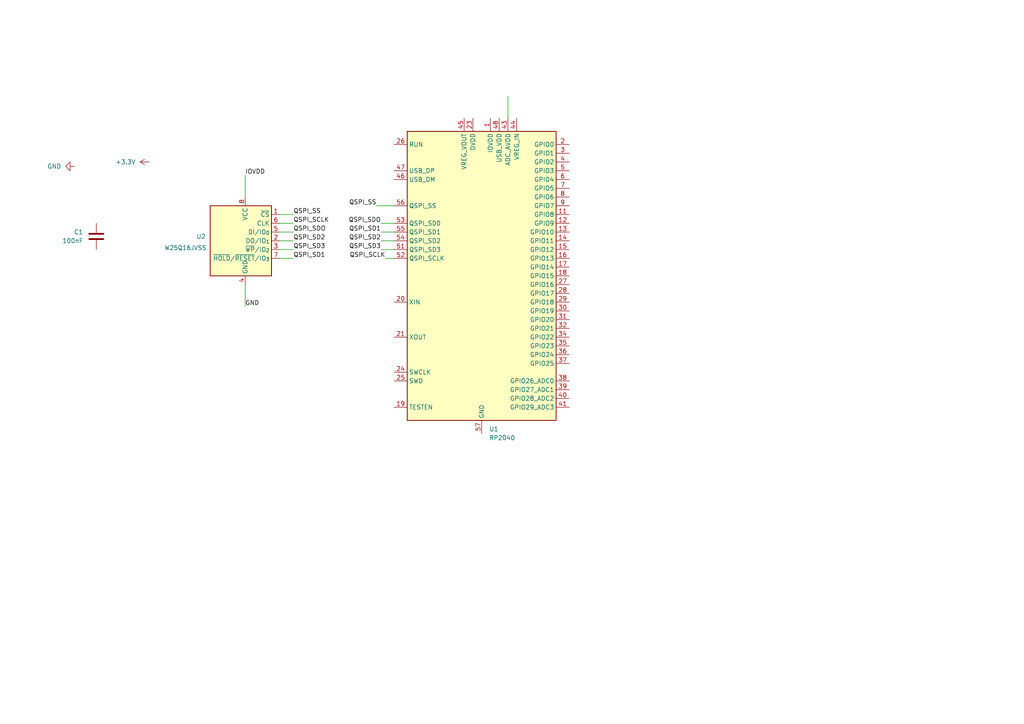
<source format=kicad_sch>
(kicad_sch (version 20250114) (generator "eeschema") (generator_version "9.0")
  (paper "A4")
  (lib_symbols
    (symbol "Device:C" (pin_numbers (hide yes)) (pin_names (offset 0.254))
      (property "Reference" "C" (at 0.635 2.54 0))
      (property "Value" "C" (at 0.635 -2.54 0))
      (symbol "C_0_1"
        (polyline (pts (xy -2.032 0.762) (xy 2.032 0.762)) (stroke (width 0.508)))
        (polyline (pts (xy -2.032 -0.762) (xy 2.032 -0.762)) (stroke (width 0.508)))
      )
      (symbol "C_1_1"
        (pin passive line (at 0 3.81 270) (length 2.794) (name "~") (number "1"))
        (pin passive line (at 0 -3.81 90) (length 2.794) (name "~") (number "2"))
      )
    )
    (symbol "MCU_RaspberryPi:RP2040"
      (property "Reference" "U" (at 17.78 45.72 0))
      (property "Value" "RP2040" (at 17.78 43.18 0))
      (symbol "RP2040_0_1"
        (rectangle (start -21.59 41.91) (end 21.59 -41.91) (stroke (width 0.254)) (fill (type background)))
      )
      (symbol "RP2040_1_1"
        (pin input line (at -25.4 38.1 0) (length 3.81) (name "RUN") (number "26"))
        (pin bidirectional line (at -25.4 30.48 0) (length 3.81) (name "USB_DP") (number "47"))
        (pin bidirectional line (at -25.4 27.94 0) (length 3.81) (name "USB_DM") (number "46"))
        (pin bidirectional line (at -25.4 20.32 0) (length 3.81) (name "QSPI_SS") (number "56"))
        (pin bidirectional line (at -25.4 15.24 0) (length 3.81) (name "QSPI_SD0") (number "53"))
        (pin bidirectional line (at -25.4 12.7 0) (length 3.81) (name "QSPI_SD1") (number "55"))
        (pin bidirectional line (at -25.4 10.16 0) (length 3.81) (name "QSPI_SD2") (number "54"))
        (pin bidirectional line (at -25.4 7.62 0) (length 3.81) (name "QSPI_SD3") (number "51"))
        (pin output line (at -25.4 5.08 0) (length 3.81) (name "QSPI_SCLK") (number "52"))
        (pin input line (at -25.4 -7.62 0) (length 3.81) (name "XIN") (number "20"))
        (pin passive line (at -25.4 -17.78 0) (length 3.81) (name "XOUT") (number "21"))
        (pin input line (at -25.4 -27.94 0) (length 3.81) (name "SWCLK") (number "24"))
        (pin bidirectional line (at -25.4 -30.48 0) (length 3.81) (name "SWD") (number "25"))
        (pin input line (at -25.4 -38.1 0) (length 3.81) (name "TESTEN") (number "19"))
        (pin power_out line (at -5.08 45.72 270) (length 3.81) (name "VREG_VOUT") (number "45"))
        (pin power_in line (at -2.54 45.72 270) (length 3.81) (name "DVDD") (number "23"))
        (pin passive line (at -2.54 45.72 270) (length 3.81) (hide yes) (name "DVDD") (number "50"))
        (pin power_in line (at 0 -45.72 90) (length 3.81) (name "GND") (number "57"))
        (pin power_in line (at 2.54 45.72 270) (length 3.81) (name "IOVDD") (number "1"))
        (pin passive line (at 2.54 45.72 270) (length 3.81) (hide yes) (name "IOVDD") (number "10"))
        (pin passive line (at 2.54 45.72 270) (length 3.81) (hide yes) (name "IOVDD") (number "22"))
        (pin passive line (at 2.54 45.72 270) (length 3.81) (hide yes) (name "IOVDD") (number "33"))
        (pin passive line (at 2.54 45.72 270) (length 3.81) (hide yes) (name "IOVDD") (number "42"))
        (pin passive line (at 2.54 45.72 270) (length 3.81) (hide yes) (name "IOVDD") (number "49"))
        (pin power_in line (at 5.08 45.72 270) (length 3.81) (name "USB_VDD") (number "48"))
        (pin power_in line (at 7.62 45.72 270) (length 3.81) (name "ADC_AVDD") (number "43"))
        (pin power_in line (at 10.16 45.72 270) (length 3.81) (name "VREG_IN") (number "44"))
        (pin bidirectional line (at 25.4 38.1 180) (length 3.81) (name "GPIO0") (number "2"))
        (pin bidirectional line (at 25.4 35.56 180) (length 3.81) (name "GPIO1") (number "3"))
        (pin bidirectional line (at 25.4 33.02 180) (length 3.81) (name "GPIO2") (number "4"))
        (pin bidirectional line (at 25.4 30.48 180) (length 3.81) (name "GPIO3") (number "5"))
        (pin bidirectional line (at 25.4 27.94 180) (length 3.81) (name "GPIO4") (number "6"))
        (pin bidirectional line (at 25.4 25.4 180) (length 3.81) (name "GPIO5") (number "7"))
        (pin bidirectional line (at 25.4 22.86 180) (length 3.81) (name "GPIO6") (number "8"))
        (pin bidirectional line (at 25.4 20.32 180) (length 3.81) (name "GPIO7") (number "9"))
        (pin bidirectional line (at 25.4 17.78 180) (length 3.81) (name "GPIO8") (number "11"))
        (pin bidirectional line (at 25.4 15.24 180) (length 3.81) (name "GPIO9") (number "12"))
        (pin bidirectional line (at 25.4 12.7 180) (length 3.81) (name "GPIO10") (number "13"))
        (pin bidirectional line (at 25.4 10.16 180) (length 3.81) (name "GPIO11") (number "14"))
        (pin bidirectional line (at 25.4 7.62 180) (length 3.81) (name "GPIO12") (number "15"))
        (pin bidirectional line (at 25.4 5.08 180) (length 3.81) (name "GPIO13") (number "16"))
        (pin bidirectional line (at 25.4 2.54 180) (length 3.81) (name "GPIO14") (number "17"))
        (pin bidirectional line (at 25.4 0 180) (length 3.81) (name "GPIO15") (number "18"))
        (pin bidirectional line (at 25.4 -2.54 180) (length 3.81) (name "GPIO16") (number "27"))
        (pin bidirectional line (at 25.4 -5.08 180) (length 3.81) (name "GPIO17") (number "28"))
        (pin bidirectional line (at 25.4 -7.62 180) (length 3.81) (name "GPIO18") (number "29"))
        (pin bidirectional line (at 25.4 -10.16 180) (length 3.81) (name "GPIO19") (number "30"))
        (pin bidirectional line (at 25.4 -12.7 180) (length 3.81) (name "GPIO20") (number "31"))
        (pin bidirectional line (at 25.4 -15.24 180) (length 3.81) (name "GPIO21") (number "32"))
        (pin bidirectional line (at 25.4 -17.78 180) (length 3.81) (name "GPIO22") (number "34"))
        (pin bidirectional line (at 25.4 -20.32 180) (length 3.81) (name "GPIO23") (number "35"))
        (pin bidirectional line (at 25.4 -22.86 180) (length 3.81) (name "GPIO24") (number "36"))
        (pin bidirectional line (at 25.4 -25.4 180) (length 3.81) (name "GPIO25") (number "37"))
        (pin bidirectional line (at 25.4 -30.48 180) (length 3.81) (name "GPIO26_ADC0") (number "38"))
        (pin bidirectional line (at 25.4 -33.02 180) (length 3.81) (name "GPIO27_ADC1") (number "39"))
        (pin bidirectional line (at 25.4 -35.56 180) (length 3.81) (name "GPIO28_ADC2") (number "40"))
        (pin bidirectional line (at 25.4 -38.1 180) (length 3.81) (name "GPIO29_ADC3") (number "41"))
      )
    )
    (symbol "Memory_Flash:W25Q16JVSS"
      (property "Reference" "U" (at -6.35 11.43 0))
      (property "Value" "W25Q16JVSS" (at 7.62 11.43 0))
      (symbol "W25Q16JVSS_0_1"
        (rectangle (start -7.62 10.16) (end 10.16 -10.16) (stroke (width 0.254)) (fill (type background)))
      )
      (symbol "W25Q16JVSS_1_1"
        (pin input line (at -10.16 7.62 0) (length 2.54) (name "~{CS}") (number "1"))
        (pin input line (at -10.16 5.08 0) (length 2.54) (name "CLK") (number "6"))
        (pin bidirectional line (at -10.16 2.54 0) (length 2.54) (name "DI/IO_{0}") (number "5"))
        (pin bidirectional line (at -10.16 0 0) (length 2.54) (name "DO/IO_{1}") (number "2"))
        (pin bidirectional line (at -10.16 -2.54 0) (length 2.54) (name "~{WP}/IO_{2}") (number "3"))
        (pin bidirectional line (at -10.16 -5.08 0) (length 2.54) (name "~{HOLD}/~{RESET}/IO_{3}") (number "7"))
        (pin power_in line (at 0 12.7 270) (length 2.54) (name "VCC") (number "8"))
        (pin power_in line (at 0 -12.7 90) (length 2.54) (name "GND") (number "4"))
      )
    )
    (symbol "power:+3.3V" (power) (pin_numbers (hide yes)) (pin_names (offset 0) (hide yes))
      (property "Value" "+3.3V" (at 0 3.556 0))
      (symbol "+3.3V_0_1"
        (polyline (pts (xy -0.762 1.27) (xy 0 2.54)))
        (polyline (pts (xy 0 2.54) (xy 0.762 1.27)))
        (polyline (pts (xy 0 0) (xy 0 2.54)))
      )
      (symbol "+3.3V_1_1"
        (pin power_in line (at 0 0 90) (length 0) (name "~") (number "1"))
      )
    )
    (symbol "power:GND" (power) (pin_numbers (hide yes)) (pin_names (offset 0) (hide yes))
      (property "Value" "GND" (at 0 -3.81 0))
      (symbol "GND_0_1"
        (polyline (pts (xy 0 0) (xy 0 -1.27) (xy 1.27 -1.27) (xy 0 -2.54) (xy -1.27 -1.27) (xy 0 -1.27)))
      )
      (symbol "GND_1_1"
        (pin power_in line (at 0 0 270) (length 0) (name "~") (number "1"))
      )
    )
  )
  (wire (pts (xy 85.09 62.23) (xy 81.28 62.23)))
  (wire (pts (xy 110.49 72.39) (xy 114.3 72.39)))
  (wire (pts (xy 147.32 34.29) (xy 147.32 27.94)))
  (wire (pts (xy 71.12 50.8) (xy 71.12 57.15)))
  (wire (pts (xy 85.09 74.93) (xy 81.28 74.93)))
  (wire (pts (xy 110.49 69.85) (xy 114.3 69.85)))
  (wire (pts (xy 71.12 88.9) (xy 71.12 82.55)))
  (wire (pts (xy 85.09 67.31) (xy 81.28 67.31)))
  (wire (pts (xy 109.22 59.69) (xy 114.3 59.69)))
  (wire (pts (xy 110.49 64.77) (xy 114.3 64.77)))
  (wire (pts (xy 85.09 69.85) (xy 81.28 69.85)))
  (wire (pts (xy 111.76 74.93) (xy 114.3 74.93)))
  (wire (pts (xy 110.49 67.31) (xy 114.3 67.31)))
  (wire (pts (xy 85.09 72.39) (xy 81.28 72.39)))
  (wire (pts (xy 85.09 64.77) (xy 81.28 64.77)))
  (label "QSPI_SDO" (at 85.09 67.31 0))
  (label "QSPI_SD3" (at 110.49 72.39 180))
  (label "GND" (at 71.12 88.9 0))
  (label "QSPI_SD2" (at 110.49 69.85 180))
  (label "QSPI_SCLK" (at 111.76 74.93 180))
  (label "QSPI_SD2" (at 85.09 69.85 0))
  (label "QSPI_SD3" (at 85.09 72.39 0))
  (label "QSPI_SD1" (at 85.09 74.93 0))
  (label "QSPI_SCLK" (at 85.09 64.77 0))
  (label "QSPI_SDO" (at 110.49 64.77 180))
  (label "QSPI_SS" (at 109.22 59.69 180))
  (label "QSPI_SS" (at 85.09 62.23 0))
  (label "IOVDD" (at 71.12 50.8 0))
  (label "QSPI_SD1" (at 110.49 67.31 180))
  (symbol (lib_id "Device:C") (at 27.94 68.58 0) (mirror y) (unit 1)
    (property "Reference" "C1" (at 24.13 67.3099 0) (effects (justify left)))
    (property "Value" "100nF" (at 24.13 69.8499 0) (effects (justify left)))
    (property "Footprint" "Capacitor_SMD:C_0805_2012Metric" (effects (hide yes)))
    (property "Description" "Unpolarized capacitor" (effects (hide yes)))
  )
  (symbol (lib_id "Memory_Flash:W25Q16JVSS") (at 71.12 69.85 0) (mirror y) (unit 1)
    (property "Reference" "U2" (at 59.69 68.5799 0) (effects (justify left)))
    (property "Value" "W25Q16JVSS" (at 59.944 71.882 0) (effects (justify left)))
    (property "Footprint" "Package_SO:SOIC-8_5.3x5.3mm_P1.27mm" (effects (hide yes)))
    (property "Datasheet" "https://www.winbond.com/hq/support/documentation/levelOne.jsp?__locale=en&DocNo=DA00-W25Q16JV.1" (effects (hide yes)))
    (property "Description" "16Mbit / 2MiB Serial Flash Memory, Standard/Dual/Quad SPI, 2.7-3.6V, SOIC-8 (208 mil)" (effects (hide yes)))
  )
  (symbol (lib_id "power:+3.3V") (at 43.18 46.99 90) (unit 1)
    (property "Reference" "#PWR01" (effects (hide yes)))
    (property "Value" "+3.3V" (at 39.37 46.9899 90) (effects (justify left)))
    (property "Description" "Power symbol creates a global label with name \"+3.3V\"" (effects (hide yes)))
  )
  (symbol (lib_id "MCU_RaspberryPi:RP2040") (at 139.7 80.01 0) (unit 1)
    (property "Reference" "U1" (at 141.8433 124.46 0) (effects (justify left)))
    (property "Value" "RP2040" (at 141.8433 127 0) (effects (justify left)))
    (property "Footprint" "Package_DFN_QFN:QFN-56-1EP_7x7mm_P0.4mm_EP3.2x3.2mm" (effects (hide yes)))
    (property "Datasheet" "https://datasheets.raspberrypi.com/rp2040/rp2040-datasheet.pdf" (effects (hide yes)))
    (property "Description" "A microcontroller by Raspberry Pi" (effects (hide yes)))
  )
  (symbol (lib_id "power:GND") (at 21.59 48.26 270) (unit 1)
    (property "Reference" "#PWR02" (effects (hide yes)))
    (property "Value" "GND" (at 17.78 48.2599 90) (effects (justify right)))
    (property "Description" "Power symbol creates a global label with name \"GND\" , ground" (effects (hide yes)))
  )
)
</source>
